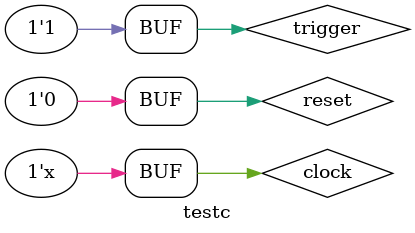
<source format=v>
`timescale 1ns / 1ps


module testc;

	// Inputs
	reg clock;
	reg reset;
	reg trigger;

	// Outputs
	wire [7:0] count;

	// Instantiate the Unit Under Test (UUT)
	counter uut (
		.count(count), 
		.clock(clock), 
		.reset(reset), 
		.trigger(trigger)
	);
	
	always #5 clock = ~clock;

	initial begin
		// Initialize Inputs
		clock = 0;
		reset = 0;
		trigger = 0;

		// Wait 100 ns for global reset to finish
		#100;
		
		reset = 1;
		 #100;
		 reset = 0;
		 trigger = 1;
        
		// Add stimulus here

	end
      
endmodule


</source>
